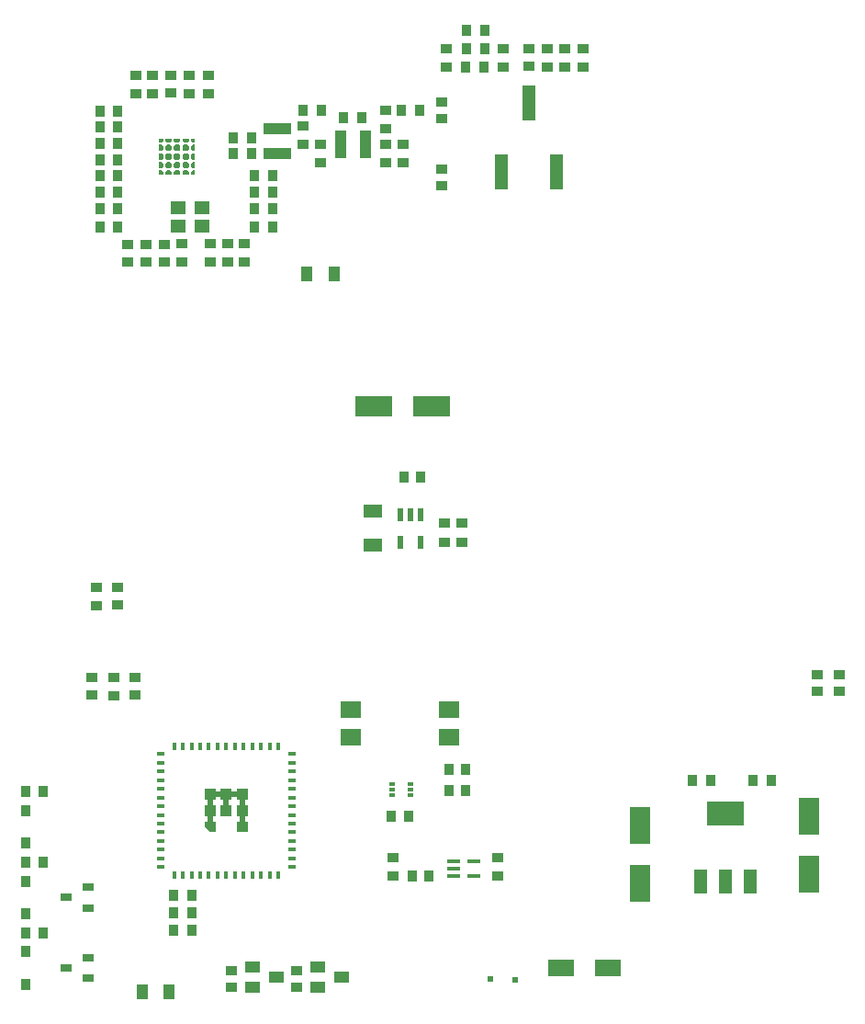
<source format=gtp>
G04*
G04 #@! TF.GenerationSoftware,Altium Limited,Altium Designer,24.5.2 (23)*
G04*
G04 Layer_Color=8421504*
%FSLAX25Y25*%
%MOIN*%
G70*
G04*
G04 #@! TF.SameCoordinates,B46FEEB2-3EEE-4911-894C-B78D551571A6*
G04*
G04*
G04 #@! TF.FilePolarity,Positive*
G04*
G01*
G75*
%ADD16R,0.02480X0.02480*%
%ADD17R,0.01968X0.01968*%
%ADD18R,0.00100X0.00100*%
%ADD19R,0.04724X0.01575*%
%ADD20R,0.02362X0.04724*%
%ADD21R,0.04724X0.08661*%
%ADD22R,0.13780X0.08661*%
%ADD23R,0.07480X0.05906*%
%ADD24R,0.05512X0.03937*%
%ADD25R,0.03937X0.05591*%
%ADD26R,0.05512X0.04724*%
%ADD27R,0.13780X0.07284*%
%ADD28R,0.07284X0.13780*%
%ADD29R,0.03937X0.03543*%
%ADD30R,0.04016X0.03701*%
%ADD31R,0.03701X0.04016*%
%ADD32R,0.03543X0.03937*%
%ADD33R,0.03996X0.10000*%
%ADD34R,0.10000X0.03996*%
%ADD35R,0.09252X0.06102*%
%ADD36R,0.01575X0.03150*%
%ADD37R,0.03150X0.01575*%
%ADD38R,0.04685X0.12992*%
%ADD39R,0.04331X0.02559*%
%ADD40R,0.06693X0.04528*%
%ADD41R,0.01937X0.01181*%
G36*
X75276Y336737D02*
X74380D01*
X73823Y337293D01*
Y338189D01*
X75276D01*
Y336737D01*
D02*
G37*
G36*
X73036Y337293D02*
X72479Y336737D01*
X71280D01*
X70723Y337293D01*
Y338189D01*
X73036D01*
Y337293D01*
D02*
G37*
G36*
X69936D02*
X69379Y336737D01*
X68180D01*
X67623Y337293D01*
Y338189D01*
X69936D01*
Y337293D01*
D02*
G37*
G36*
X66836D02*
X66279Y336737D01*
X65080D01*
X64523Y337293D01*
Y338189D01*
X66836D01*
Y337293D01*
D02*
G37*
G36*
X63736D02*
X63179Y336737D01*
X62283D01*
Y338189D01*
X63736D01*
Y337293D01*
D02*
G37*
G36*
X75276Y333637D02*
X74380D01*
X73823Y334193D01*
Y335392D01*
X74380Y335949D01*
X75276D01*
Y333637D01*
D02*
G37*
G36*
X73036Y335392D02*
Y334193D01*
X72479Y333637D01*
X71280D01*
X70723Y334193D01*
Y335392D01*
X71280Y335949D01*
X72479D01*
X73036Y335392D01*
D02*
G37*
G36*
X69936D02*
Y334193D01*
X69379Y333637D01*
X68180D01*
X67623Y334193D01*
Y335392D01*
X68180Y335949D01*
X69379D01*
X69936Y335392D01*
D02*
G37*
G36*
X66836D02*
Y334193D01*
X66279Y333637D01*
X65080D01*
X64523Y334193D01*
Y335392D01*
X65080Y335949D01*
X66279D01*
X66836Y335392D01*
D02*
G37*
G36*
X63736D02*
Y334193D01*
X63179Y333637D01*
X62283D01*
Y335949D01*
X63179D01*
X63736Y335392D01*
D02*
G37*
G36*
X75276Y330537D02*
X74380D01*
X73823Y331093D01*
Y332292D01*
X74380Y332849D01*
X75276D01*
Y330537D01*
D02*
G37*
G36*
X73036Y332292D02*
Y331093D01*
X72479Y330537D01*
X71280D01*
X70723Y331093D01*
Y332292D01*
X71280Y332849D01*
X72479D01*
X73036Y332292D01*
D02*
G37*
G36*
X69936D02*
Y331093D01*
X69379Y330537D01*
X68180D01*
X67623Y331093D01*
Y332292D01*
X68180Y332849D01*
X69379D01*
X69936Y332292D01*
D02*
G37*
G36*
X66836D02*
Y331093D01*
X66279Y330537D01*
X65080D01*
X64523Y331093D01*
Y332292D01*
X65080Y332849D01*
X66279D01*
X66836Y332292D01*
D02*
G37*
G36*
X63736D02*
Y331093D01*
X63179Y330537D01*
X62283D01*
Y332849D01*
X63179D01*
X63736Y332292D01*
D02*
G37*
G36*
X75276Y327437D02*
X74380D01*
X73823Y327993D01*
Y329192D01*
X74380Y329749D01*
X75276D01*
Y327437D01*
D02*
G37*
G36*
X73036Y329192D02*
Y327993D01*
X72479Y327437D01*
X71280D01*
X70723Y327993D01*
Y329192D01*
X71280Y329749D01*
X72479D01*
X73036Y329192D01*
D02*
G37*
G36*
X69936D02*
Y327993D01*
X69379Y327437D01*
X68180D01*
X67623Y327993D01*
Y329192D01*
X68180Y329749D01*
X69379D01*
X69936Y329192D01*
D02*
G37*
G36*
X66836D02*
Y327993D01*
X66279Y327437D01*
X65080D01*
X64523Y327993D01*
Y329192D01*
X65080Y329749D01*
X66279D01*
X66836Y329192D01*
D02*
G37*
G36*
X63736D02*
Y327993D01*
X63179Y327437D01*
X62283D01*
Y329749D01*
X63179D01*
X63736Y329192D01*
D02*
G37*
G36*
X75276Y325197D02*
X73823D01*
Y326092D01*
X74380Y326649D01*
X75276D01*
Y325197D01*
D02*
G37*
G36*
X73036Y326092D02*
Y325197D01*
X70723D01*
Y326092D01*
X71280Y326649D01*
X72479D01*
X73036Y326092D01*
D02*
G37*
G36*
X69936D02*
Y325197D01*
X67623D01*
Y326092D01*
X68180Y326649D01*
X69379D01*
X69936Y326092D01*
D02*
G37*
G36*
X66836D02*
Y325197D01*
X64523D01*
Y326092D01*
X65080Y326649D01*
X66279D01*
X66836Y326092D01*
D02*
G37*
G36*
X63736D02*
Y325197D01*
X62283D01*
Y326649D01*
X63179D01*
X63736Y326092D01*
D02*
G37*
G36*
X94488Y98425D02*
X93504D01*
Y96457D01*
X94488D01*
Y92520D01*
X93504D01*
Y90551D01*
X94488D01*
Y86614D01*
X90551D01*
Y90551D01*
X91535D01*
Y92520D01*
X90551D01*
Y96457D01*
X91535D01*
Y98425D01*
X90551D01*
Y99410D01*
X88583D01*
Y98425D01*
X87598D01*
Y96457D01*
X88583D01*
Y92520D01*
X84646D01*
Y96457D01*
X85630D01*
Y98425D01*
X84646D01*
Y99410D01*
X82677D01*
Y98425D01*
X81693D01*
Y96457D01*
X82677D01*
Y92520D01*
X81693D01*
Y90551D01*
X82677D01*
Y86614D01*
X80709D01*
X78740Y88583D01*
Y90551D01*
X79724D01*
Y92520D01*
X78740D01*
Y96457D01*
X79724D01*
Y98425D01*
X78740D01*
Y102362D01*
X82677D01*
Y101378D01*
X84646D01*
Y102362D01*
X88583D01*
Y101378D01*
X90551D01*
Y102362D01*
X94488D01*
Y98425D01*
D02*
G37*
D16*
X191420Y33053D02*
D03*
D17*
X182607Y33321D02*
D03*
D18*
X68779Y331693D02*
D03*
D19*
X176483Y75990D02*
D03*
Y70872D02*
D03*
X169003D02*
D03*
Y73431D02*
D03*
Y75990D02*
D03*
D20*
X157283Y191929D02*
D03*
X149803D02*
D03*
Y201772D02*
D03*
X153543D02*
D03*
X157283D02*
D03*
D21*
X258813Y68929D02*
D03*
X267868D02*
D03*
X276923D02*
D03*
D22*
X267868Y93338D02*
D03*
D23*
X131890Y120984D02*
D03*
Y130984D02*
D03*
X167323D02*
D03*
Y120984D02*
D03*
D24*
X128347Y34055D02*
D03*
X119685Y30315D02*
D03*
Y37795D02*
D03*
X104724Y34055D02*
D03*
X96063Y30315D02*
D03*
Y37795D02*
D03*
D25*
X56102Y28740D02*
D03*
X65945D02*
D03*
X125787Y288976D02*
D03*
X115945D02*
D03*
D26*
X77953Y306445D02*
D03*
X69291D02*
D03*
Y313138D02*
D03*
X77953D02*
D03*
D27*
X161024Y241142D02*
D03*
X140157D02*
D03*
D28*
X298206Y92354D02*
D03*
Y71488D02*
D03*
X236872Y68157D02*
D03*
Y89023D02*
D03*
D29*
X59881Y361024D02*
D03*
Y354331D02*
D03*
X53815Y361024D02*
D03*
Y354331D02*
D03*
X87008Y300197D02*
D03*
Y293504D02*
D03*
X150773Y336024D02*
D03*
Y329331D02*
D03*
X144342Y336030D02*
D03*
Y329337D02*
D03*
Y348406D02*
D03*
Y341714D02*
D03*
X120888Y329337D02*
D03*
Y336030D02*
D03*
X114606Y342717D02*
D03*
Y336024D02*
D03*
X73304Y361024D02*
D03*
Y354331D02*
D03*
X79997Y361024D02*
D03*
Y354331D02*
D03*
X70472Y300197D02*
D03*
Y293504D02*
D03*
X80709Y300197D02*
D03*
Y293504D02*
D03*
X93307Y300197D02*
D03*
Y293504D02*
D03*
X45840Y142717D02*
D03*
Y136024D02*
D03*
X39370Y175591D02*
D03*
Y168898D02*
D03*
X185008Y77362D02*
D03*
Y70669D02*
D03*
X216142Y363976D02*
D03*
Y370669D02*
D03*
X209452Y370669D02*
D03*
Y363976D02*
D03*
X187057Y370669D02*
D03*
Y363976D02*
D03*
X203143Y363976D02*
D03*
Y370669D02*
D03*
X166535Y363976D02*
D03*
Y370669D02*
D03*
X172047Y191929D02*
D03*
Y198622D02*
D03*
X165748Y191929D02*
D03*
Y198622D02*
D03*
X147244Y77362D02*
D03*
Y70669D02*
D03*
D30*
X164961Y345315D02*
D03*
Y351535D02*
D03*
X66611Y354842D02*
D03*
Y361063D02*
D03*
X57402Y299685D02*
D03*
Y293465D02*
D03*
X50709Y299685D02*
D03*
Y293465D02*
D03*
X64095Y299685D02*
D03*
Y293465D02*
D03*
X47244Y175354D02*
D03*
Y169134D02*
D03*
X37982Y136428D02*
D03*
Y142649D02*
D03*
X53485Y142649D02*
D03*
Y136428D02*
D03*
X112205Y36575D02*
D03*
Y30354D02*
D03*
X196372Y364458D02*
D03*
Y370679D02*
D03*
X309055Y143858D02*
D03*
Y137638D02*
D03*
X301181Y143858D02*
D03*
Y137638D02*
D03*
X88583Y36575D02*
D03*
Y30354D02*
D03*
X164961Y320974D02*
D03*
Y327195D02*
D03*
D31*
X40863Y306102D02*
D03*
X47083D02*
D03*
X40863Y312795D02*
D03*
X47083D02*
D03*
X40863Y318701D02*
D03*
X47083D02*
D03*
X40863Y324606D02*
D03*
X47083D02*
D03*
X40863Y330512D02*
D03*
X47083D02*
D03*
X40863Y336417D02*
D03*
X47083D02*
D03*
X40863Y342323D02*
D03*
X47083D02*
D03*
X40863Y348228D02*
D03*
X47083D02*
D03*
X13819Y101378D02*
D03*
X20039D02*
D03*
X146496Y92520D02*
D03*
X152717D02*
D03*
X167362Y109455D02*
D03*
X173583D02*
D03*
X167425Y101741D02*
D03*
X173645D02*
D03*
X13819Y75787D02*
D03*
X20039D02*
D03*
X13819Y50197D02*
D03*
X20039D02*
D03*
X151017Y215425D02*
D03*
X157238D02*
D03*
X160235Y70676D02*
D03*
X154014D02*
D03*
D32*
X103619Y306102D02*
D03*
X96926D02*
D03*
X156857Y348509D02*
D03*
X150164D02*
D03*
X121299D02*
D03*
X114606D02*
D03*
X89213Y338583D02*
D03*
X95905D02*
D03*
X89213Y332677D02*
D03*
X95906D02*
D03*
X135839Y345760D02*
D03*
X129146D02*
D03*
X103619Y318701D02*
D03*
X96926D02*
D03*
X103619Y324606D02*
D03*
X96926D02*
D03*
X103619Y312795D02*
D03*
X96926D02*
D03*
X284425Y105547D02*
D03*
X277732D02*
D03*
X255866D02*
D03*
X262559D02*
D03*
X67520Y51175D02*
D03*
X74213D02*
D03*
X67520Y57505D02*
D03*
X74213D02*
D03*
X67520Y63737D02*
D03*
X74213D02*
D03*
X173866Y370731D02*
D03*
X180559D02*
D03*
X180096Y363953D02*
D03*
X173403D02*
D03*
X180512Y377559D02*
D03*
X173819D02*
D03*
X13780Y31496D02*
D03*
Y43307D02*
D03*
Y57087D02*
D03*
Y68898D02*
D03*
Y82677D02*
D03*
Y94488D02*
D03*
D33*
X136993Y336221D02*
D03*
X127993D02*
D03*
D34*
X105093Y341707D02*
D03*
Y332707D02*
D03*
D35*
X208071Y37551D02*
D03*
X225000D02*
D03*
D36*
X67716Y71260D02*
D03*
X70866D02*
D03*
X74016D02*
D03*
X77165D02*
D03*
X80315D02*
D03*
X83465D02*
D03*
X86614D02*
D03*
X89764D02*
D03*
X92913D02*
D03*
X96063D02*
D03*
X99213D02*
D03*
X102362D02*
D03*
X105512D02*
D03*
Y117717D02*
D03*
X102362D02*
D03*
X99213D02*
D03*
X96063D02*
D03*
X92913D02*
D03*
X89764D02*
D03*
X86614D02*
D03*
X83465D02*
D03*
X80315D02*
D03*
X77165D02*
D03*
X74016D02*
D03*
X70866D02*
D03*
X67716D02*
D03*
D37*
X110433Y74016D02*
D03*
Y77165D02*
D03*
Y80315D02*
D03*
Y83465D02*
D03*
Y86614D02*
D03*
Y89764D02*
D03*
Y92913D02*
D03*
Y96063D02*
D03*
Y99213D02*
D03*
Y102362D02*
D03*
Y105512D02*
D03*
Y108661D02*
D03*
Y111811D02*
D03*
Y114961D02*
D03*
X62795D02*
D03*
Y111811D02*
D03*
Y108661D02*
D03*
Y105512D02*
D03*
Y102362D02*
D03*
Y99213D02*
D03*
Y96063D02*
D03*
Y92913D02*
D03*
Y89764D02*
D03*
Y86614D02*
D03*
Y83465D02*
D03*
Y80315D02*
D03*
Y77165D02*
D03*
Y74016D02*
D03*
D38*
X186457Y325984D02*
D03*
X196457Y351181D02*
D03*
X206457Y325984D02*
D03*
D39*
X36614Y59213D02*
D03*
Y66772D02*
D03*
X28346Y62992D02*
D03*
X28346Y37402D02*
D03*
X36614Y41181D02*
D03*
Y33622D02*
D03*
D40*
X139741Y203051D02*
D03*
Y190650D02*
D03*
D41*
X146949Y100036D02*
D03*
Y102004D02*
D03*
Y103972D02*
D03*
X153516D02*
D03*
Y102004D02*
D03*
Y100036D02*
D03*
M02*

</source>
